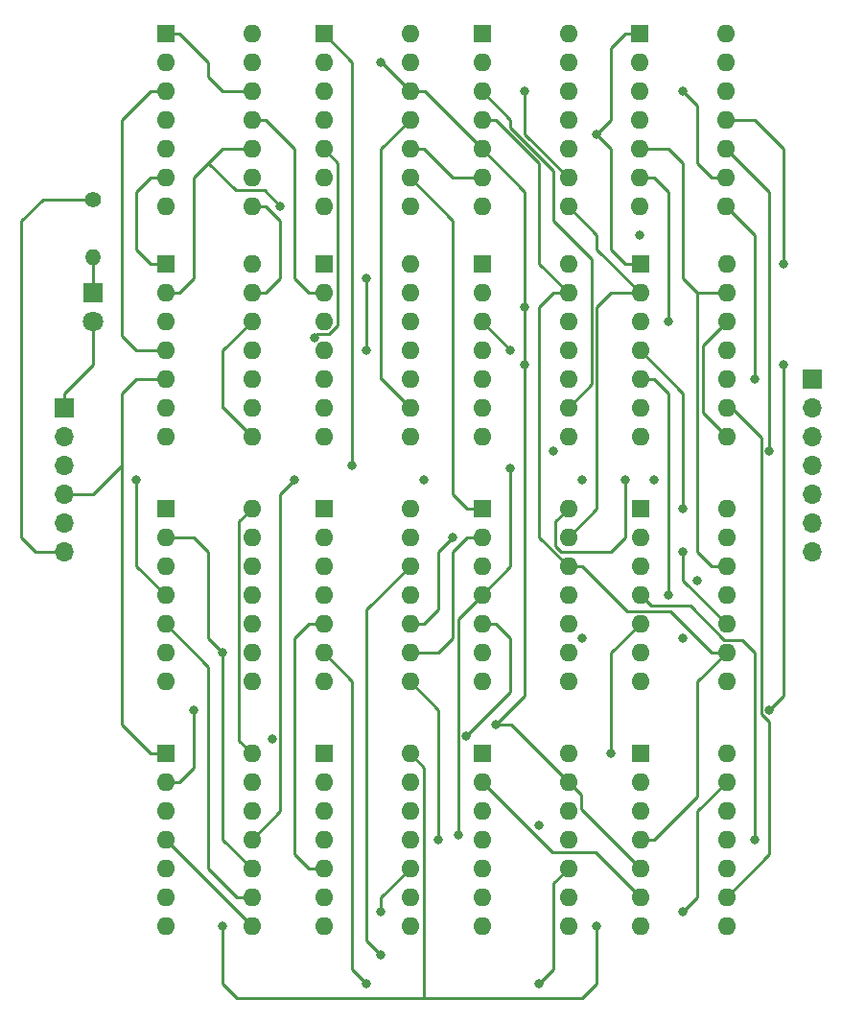
<source format=gtl>
%TF.GenerationSoftware,KiCad,Pcbnew,(6.0.9)*%
%TF.CreationDate,2025-05-26T15:32:56-04:00*%
%TF.ProjectId,Seven Segment Display,53657665-6e20-4536-9567-6d656e742044,1*%
%TF.SameCoordinates,Original*%
%TF.FileFunction,Copper,L1,Top*%
%TF.FilePolarity,Positive*%
%FSLAX46Y46*%
G04 Gerber Fmt 4.6, Leading zero omitted, Abs format (unit mm)*
G04 Created by KiCad (PCBNEW (6.0.9)) date 2025-05-26 15:32:56*
%MOMM*%
%LPD*%
G01*
G04 APERTURE LIST*
%TA.AperFunction,ComponentPad*%
%ADD10R,1.600000X1.600000*%
%TD*%
%TA.AperFunction,ComponentPad*%
%ADD11O,1.600000X1.600000*%
%TD*%
%TA.AperFunction,ComponentPad*%
%ADD12C,1.400000*%
%TD*%
%TA.AperFunction,ComponentPad*%
%ADD13O,1.400000X1.400000*%
%TD*%
%TA.AperFunction,ComponentPad*%
%ADD14R,1.800000X1.800000*%
%TD*%
%TA.AperFunction,ComponentPad*%
%ADD15C,1.800000*%
%TD*%
%TA.AperFunction,ComponentPad*%
%ADD16R,1.700000X1.700000*%
%TD*%
%TA.AperFunction,ComponentPad*%
%ADD17O,1.700000X1.700000*%
%TD*%
%TA.AperFunction,ViaPad*%
%ADD18C,0.800000*%
%TD*%
%TA.AperFunction,Conductor*%
%ADD19C,0.250000*%
%TD*%
G04 APERTURE END LIST*
D10*
%TO.P,U19,1*%
%TO.N,Net-(U19-Pad1)*%
X76210000Y-88895000D03*
D11*
%TO.P,U19,2*%
%TO.N,Net-(U12-Pad3)*%
X76210000Y-91435000D03*
%TO.P,U19,3*%
%TO.N,G-segment*%
X76210000Y-93975000D03*
%TO.P,U19,4*%
%TO.N,B'*%
X76210000Y-96515000D03*
%TO.P,U19,5*%
%TO.N,D*%
X76210000Y-99055000D03*
%TO.P,U19,6*%
%TO.N,Net-(U11-Pad10)*%
X76210000Y-101595000D03*
%TO.P,U19,7,GND*%
%TO.N,GND*%
X76210000Y-104135000D03*
%TO.P,U19,8*%
%TO.N,Net-(U11-Pad12)*%
X83830000Y-104135000D03*
%TO.P,U19,9*%
%TO.N,B'*%
X83830000Y-101595000D03*
%TO.P,U19,10*%
%TO.N,D'*%
X83830000Y-99055000D03*
%TO.P,U19,11*%
%TO.N,Net-(U19-Pad1)*%
X83830000Y-96515000D03*
%TO.P,U19,12*%
%TO.N,Net-(U11-Pad8)*%
X83830000Y-93975000D03*
%TO.P,U19,13*%
%TO.N,Net-(U11-Pad11)*%
X83830000Y-91435000D03*
%TO.P,U19,14,VCC*%
%TO.N,+5V*%
X83830000Y-88895000D03*
%TD*%
D10*
%TO.P,U18,1*%
%TO.N,Net-(U18-Pad1)*%
X104150000Y-110485000D03*
D11*
%TO.P,U18,2*%
%TO.N,Net-(U10-Pad11)*%
X104150000Y-113025000D03*
%TO.P,U18,3*%
%TO.N,F-segment*%
X104150000Y-115565000D03*
%TO.P,U18,4*%
%TO.N,B'*%
X104150000Y-118105000D03*
%TO.P,U18,5*%
%TO.N,C*%
X104150000Y-120645000D03*
%TO.P,U18,6*%
%TO.N,Net-(U11-Pad2)*%
X104150000Y-123185000D03*
%TO.P,U18,7,GND*%
%TO.N,GND*%
X104150000Y-125725000D03*
%TO.P,U18,8*%
%TO.N,Net-(U10-Pad12)*%
X111770000Y-125725000D03*
%TO.P,U18,9*%
%TO.N,B*%
X111770000Y-123185000D03*
%TO.P,U18,10*%
%TO.N,C'*%
X111770000Y-120645000D03*
%TO.P,U18,11*%
%TO.N,Net-(U18-Pad1)*%
X111770000Y-118105000D03*
%TO.P,U18,12*%
%TO.N,Net-(U11-Pad3)*%
X111770000Y-115565000D03*
%TO.P,U18,13*%
%TO.N,Net-(U11-Pad6)*%
X111770000Y-113025000D03*
%TO.P,U18,14,VCC*%
%TO.N,+5V*%
X111770000Y-110485000D03*
%TD*%
D10*
%TO.P,U17,1*%
%TO.N,Net-(U17-Pad1)*%
X90180000Y-67305000D03*
D11*
%TO.P,U17,2*%
%TO.N,Net-(U16-Pad6)*%
X90180000Y-69845000D03*
%TO.P,U17,3*%
%TO.N,D-segment*%
X90180000Y-72385000D03*
%TO.P,U17,4*%
%TO.N,Net-(U17-Pad4)*%
X90180000Y-74925000D03*
%TO.P,U17,5*%
%TO.N,Net-(U10-Pad3)*%
X90180000Y-77465000D03*
%TO.P,U17,6*%
%TO.N,E-segment*%
X90180000Y-80005000D03*
%TO.P,U17,7,GND*%
%TO.N,GND*%
X90180000Y-82545000D03*
%TO.P,U17,8*%
%TO.N,Net-(U17-Pad8)*%
X97800000Y-82545000D03*
%TO.P,U17,9*%
%TO.N,B*%
X97800000Y-80005000D03*
%TO.P,U17,10*%
%TO.N,C*%
X97800000Y-77465000D03*
%TO.P,U17,11*%
%TO.N,Net-(U10-Pad1)*%
X97800000Y-74925000D03*
%TO.P,U17,12*%
%TO.N,C*%
X97800000Y-72385000D03*
%TO.P,U17,13*%
%TO.N,B'*%
X97800000Y-69845000D03*
%TO.P,U17,14,VCC*%
%TO.N,+5V*%
X97800000Y-67305000D03*
%TD*%
D10*
%TO.P,U16,1*%
%TO.N,Net-(U16-Pad1)*%
X104150000Y-88895000D03*
D11*
%TO.P,U16,2*%
%TO.N,Net-(U16-Pad2)*%
X104150000Y-91435000D03*
%TO.P,U16,3*%
%TO.N,Net-(U15-Pad4)*%
X104150000Y-93975000D03*
%TO.P,U16,4*%
%TO.N,Net-(U16-Pad4)*%
X104150000Y-96515000D03*
%TO.P,U16,5*%
%TO.N,Net-(U16-Pad5)*%
X104150000Y-99055000D03*
%TO.P,U16,6*%
%TO.N,Net-(U16-Pad6)*%
X104150000Y-101595000D03*
%TO.P,U16,7,GND*%
%TO.N,GND*%
X104150000Y-104135000D03*
%TO.P,U16,8*%
%TO.N,Net-(U16-Pad8)*%
X111770000Y-104135000D03*
%TO.P,U16,9*%
%TO.N,B'*%
X111770000Y-101595000D03*
%TO.P,U16,10*%
%TO.N,D'*%
X111770000Y-99055000D03*
%TO.P,U16,11*%
%TO.N,Net-(U16-Pad11)*%
X111770000Y-96515000D03*
%TO.P,U16,12*%
%TO.N,D*%
X111770000Y-93975000D03*
%TO.P,U16,13*%
%TO.N,A*%
X111770000Y-91435000D03*
%TO.P,U16,14,VCC*%
%TO.N,+5V*%
X111770000Y-88895000D03*
%TD*%
D10*
%TO.P,U15,1*%
%TO.N,C'*%
X104150000Y-67305000D03*
D11*
%TO.P,U15,2*%
%TO.N,D'*%
X104150000Y-69845000D03*
%TO.P,U15,3*%
%TO.N,Net-(U15-Pad3)*%
X104150000Y-72385000D03*
%TO.P,U15,4*%
%TO.N,Net-(U15-Pad4)*%
X104150000Y-74925000D03*
%TO.P,U15,5*%
%TO.N,Net-(U15-Pad5)*%
X104150000Y-77465000D03*
%TO.P,U15,6*%
%TO.N,C-segment*%
X104150000Y-80005000D03*
%TO.P,U15,7,GND*%
%TO.N,GND*%
X104150000Y-82545000D03*
%TO.P,U15,8*%
%TO.N,Net-(U15-Pad12)*%
X111770000Y-82545000D03*
%TO.P,U15,9*%
%TO.N,B*%
X111770000Y-80005000D03*
%TO.P,U15,10*%
%TO.N,C'*%
X111770000Y-77465000D03*
%TO.P,U15,11*%
%TO.N,Net-(U15-Pad11)*%
X111770000Y-74925000D03*
%TO.P,U15,12*%
%TO.N,Net-(U15-Pad12)*%
X111770000Y-72385000D03*
%TO.P,U15,13*%
%TO.N,D*%
X111770000Y-69845000D03*
%TO.P,U15,14,VCC*%
%TO.N,+5V*%
X111770000Y-67305000D03*
%TD*%
D10*
%TO.P,U14,1*%
%TO.N,Net-(U13-Pad11)*%
X76210000Y-67305000D03*
D11*
%TO.P,U14,2*%
%TO.N,Net-(U14-Pad2)*%
X76210000Y-69845000D03*
%TO.P,U14,3*%
%TO.N,A-segment*%
X76210000Y-72385000D03*
%TO.P,U14,4*%
%TO.N,Net-(U14-Pad4)*%
X76210000Y-74925000D03*
%TO.P,U14,5*%
%TO.N,Net-(U14-Pad5)*%
X76210000Y-77465000D03*
%TO.P,U14,6*%
%TO.N,Net-(U14-Pad12)*%
X76210000Y-80005000D03*
%TO.P,U14,7,GND*%
%TO.N,GND*%
X76210000Y-82545000D03*
%TO.P,U14,8*%
%TO.N,Net-(U14-Pad8)*%
X83830000Y-82545000D03*
%TO.P,U14,9*%
%TO.N,Net-(U14-Pad9)*%
X83830000Y-80005000D03*
%TO.P,U14,10*%
%TO.N,Net-(U14-Pad10)*%
X83830000Y-77465000D03*
%TO.P,U14,11*%
%TO.N,B-segment*%
X83830000Y-74925000D03*
%TO.P,U14,12*%
%TO.N,Net-(U14-Pad12)*%
X83830000Y-72385000D03*
%TO.P,U14,13*%
%TO.N,Net-(U14-Pad13)*%
X83830000Y-69845000D03*
%TO.P,U14,14,VCC*%
%TO.N,+5V*%
X83830000Y-67305000D03*
%TD*%
D10*
%TO.P,U13,1*%
%TO.N,Net-(U13-Pad1)*%
X62240000Y-67305000D03*
D11*
%TO.P,U13,2*%
%TO.N,D'*%
X62240000Y-69845000D03*
%TO.P,U13,3*%
%TO.N,Net-(U13-Pad3)*%
X62240000Y-72385000D03*
%TO.P,U13,4*%
%TO.N,Net-(U13-Pad4)*%
X62240000Y-74925000D03*
%TO.P,U13,5*%
%TO.N,C*%
X62240000Y-77465000D03*
%TO.P,U13,6*%
%TO.N,Net-(U13-Pad6)*%
X62240000Y-80005000D03*
%TO.P,U13,7,GND*%
%TO.N,GND*%
X62240000Y-82545000D03*
%TO.P,U13,8*%
%TO.N,Net-(U13-Pad12)*%
X69860000Y-82545000D03*
%TO.P,U13,9*%
%TO.N,Net-(U13-Pad9)*%
X69860000Y-80005000D03*
%TO.P,U13,10*%
%TO.N,Net-(U13-Pad10)*%
X69860000Y-77465000D03*
%TO.P,U13,11*%
%TO.N,Net-(U13-Pad11)*%
X69860000Y-74925000D03*
%TO.P,U13,12*%
%TO.N,Net-(U13-Pad12)*%
X69860000Y-72385000D03*
%TO.P,U13,13*%
%TO.N,Net-(U13-Pad13)*%
X69860000Y-69845000D03*
%TO.P,U13,14,VCC*%
%TO.N,+5V*%
X69860000Y-67305000D03*
%TD*%
D10*
%TO.P,U12,1*%
%TO.N,Net-(U12-Pad1)*%
X62240000Y-88895000D03*
D11*
%TO.P,U12,2*%
%TO.N,C'*%
X62240000Y-91435000D03*
%TO.P,U12,3*%
%TO.N,Net-(U12-Pad3)*%
X62240000Y-93975000D03*
%TO.P,U12,4*%
%TO.N,A'*%
X62240000Y-96515000D03*
%TO.P,U12,5*%
%TO.N,B*%
X62240000Y-99055000D03*
%TO.P,U12,6*%
%TO.N,Net-(U12-Pad1)*%
X62240000Y-101595000D03*
%TO.P,U12,7,GND*%
%TO.N,GND*%
X62240000Y-104135000D03*
%TO.P,U12,8*%
%TO.N,unconnected-(U12-Pad8)*%
X69860000Y-104135000D03*
%TO.P,U12,9*%
%TO.N,unconnected-(U12-Pad9)*%
X69860000Y-101595000D03*
%TO.P,U12,10*%
%TO.N,unconnected-(U12-Pad10)*%
X69860000Y-99055000D03*
%TO.P,U12,11*%
%TO.N,unconnected-(U12-Pad11)*%
X69860000Y-96515000D03*
%TO.P,U12,12*%
%TO.N,unconnected-(U12-Pad12)*%
X69860000Y-93975000D03*
%TO.P,U12,13*%
%TO.N,unconnected-(U12-Pad13)*%
X69860000Y-91435000D03*
%TO.P,U12,14,VCC*%
%TO.N,+5V*%
X69860000Y-88895000D03*
%TD*%
D10*
%TO.P,U11,1*%
%TO.N,Net-(U10-Pad6)*%
X90180000Y-110485000D03*
D11*
%TO.P,U11,2*%
%TO.N,Net-(U11-Pad2)*%
X90180000Y-113025000D03*
%TO.P,U11,3*%
%TO.N,Net-(U11-Pad3)*%
X90180000Y-115565000D03*
%TO.P,U11,4*%
%TO.N,Net-(U10-Pad8)*%
X90180000Y-118105000D03*
%TO.P,U11,5*%
%TO.N,C'*%
X90180000Y-120645000D03*
%TO.P,U11,6*%
%TO.N,Net-(U11-Pad6)*%
X90180000Y-123185000D03*
%TO.P,U11,7,GND*%
%TO.N,GND*%
X90180000Y-125725000D03*
%TO.P,U11,8*%
%TO.N,Net-(U11-Pad8)*%
X97800000Y-125725000D03*
%TO.P,U11,9*%
%TO.N,A*%
X97800000Y-123185000D03*
%TO.P,U11,10*%
%TO.N,Net-(U11-Pad10)*%
X97800000Y-120645000D03*
%TO.P,U11,11*%
%TO.N,Net-(U11-Pad11)*%
X97800000Y-118105000D03*
%TO.P,U11,12*%
%TO.N,Net-(U11-Pad12)*%
X97800000Y-115565000D03*
%TO.P,U11,13*%
%TO.N,C*%
X97800000Y-113025000D03*
%TO.P,U11,14,VCC*%
%TO.N,+5V*%
X97800000Y-110485000D03*
%TD*%
D10*
%TO.P,U10,1*%
%TO.N,Net-(U10-Pad1)*%
X76210000Y-110485000D03*
D11*
%TO.P,U10,2*%
%TO.N,D'*%
X76210000Y-113025000D03*
%TO.P,U10,3*%
%TO.N,Net-(U10-Pad3)*%
X76210000Y-115565000D03*
%TO.P,U10,4*%
%TO.N,A*%
X76210000Y-118105000D03*
%TO.P,U10,5*%
%TO.N,D*%
X76210000Y-120645000D03*
%TO.P,U10,6*%
%TO.N,Net-(U10-Pad6)*%
X76210000Y-123185000D03*
%TO.P,U10,7,GND*%
%TO.N,GND*%
X76210000Y-125725000D03*
%TO.P,U10,8*%
%TO.N,Net-(U10-Pad8)*%
X83830000Y-125725000D03*
%TO.P,U10,9*%
%TO.N,A'*%
X83830000Y-123185000D03*
%TO.P,U10,10*%
%TO.N,B*%
X83830000Y-120645000D03*
%TO.P,U10,11*%
%TO.N,Net-(U10-Pad11)*%
X83830000Y-118105000D03*
%TO.P,U10,12*%
%TO.N,Net-(U10-Pad12)*%
X83830000Y-115565000D03*
%TO.P,U10,13*%
%TO.N,D'*%
X83830000Y-113025000D03*
%TO.P,U10,14,VCC*%
%TO.N,+5V*%
X83830000Y-110485000D03*
%TD*%
D10*
%TO.P,U9,1*%
%TO.N,C*%
X62240000Y-110485000D03*
D11*
%TO.P,U9,2*%
%TO.N,Net-(U16-Pad8)*%
X62240000Y-113025000D03*
%TO.P,U9,3*%
%TO.N,Net-(U16-Pad5)*%
X62240000Y-115565000D03*
%TO.P,U9,4*%
%TO.N,Net-(U9-Pad4)*%
X62240000Y-118105000D03*
%TO.P,U9,5*%
%TO.N,Net-(U16-Pad11)*%
X62240000Y-120645000D03*
%TO.P,U9,6*%
%TO.N,Net-(U16-Pad4)*%
X62240000Y-123185000D03*
%TO.P,U9,7,GND*%
%TO.N,GND*%
X62240000Y-125725000D03*
%TO.P,U9,8*%
%TO.N,Net-(U9-Pad4)*%
X69860000Y-125725000D03*
%TO.P,U9,9*%
%TO.N,B*%
X69860000Y-123185000D03*
%TO.P,U9,10*%
%TO.N,C'*%
X69860000Y-120645000D03*
%TO.P,U9,11*%
%TO.N,Net-(U17-Pad4)*%
X69860000Y-118105000D03*
%TO.P,U9,12*%
%TO.N,A*%
X69860000Y-115565000D03*
%TO.P,U9,13*%
%TO.N,Net-(U17-Pad8)*%
X69860000Y-113025000D03*
%TO.P,U9,14,VCC*%
%TO.N,+5V*%
X69860000Y-110485000D03*
%TD*%
D10*
%TO.P,U8,1*%
%TO.N,A*%
X90180000Y-88895000D03*
D11*
%TO.P,U8,2*%
%TO.N,B'*%
X90180000Y-91435000D03*
%TO.P,U8,3*%
%TO.N,Net-(U16-Pad1)*%
X90180000Y-93975000D03*
%TO.P,U8,4*%
%TO.N,A'*%
X90180000Y-96515000D03*
%TO.P,U8,5*%
%TO.N,Net-(U15-Pad11)*%
X90180000Y-99055000D03*
%TO.P,U8,6*%
%TO.N,Net-(U16-Pad2)*%
X90180000Y-101595000D03*
%TO.P,U8,7,GND*%
%TO.N,GND*%
X90180000Y-104135000D03*
%TO.P,U8,8*%
%TO.N,Net-(U15-Pad5)*%
X97800000Y-104135000D03*
%TO.P,U8,9*%
%TO.N,C'*%
X97800000Y-101595000D03*
%TO.P,U8,10*%
%TO.N,D*%
X97800000Y-99055000D03*
%TO.P,U8,11*%
%TO.N,Net-(U17-Pad1)*%
X97800000Y-96515000D03*
%TO.P,U8,12*%
%TO.N,B'*%
X97800000Y-93975000D03*
%TO.P,U8,13*%
%TO.N,D'*%
X97800000Y-91435000D03*
%TO.P,U8,14,VCC*%
%TO.N,+5V*%
X97800000Y-88895000D03*
%TD*%
D10*
%TO.P,U7,1*%
%TO.N,C'*%
X104140000Y-46985000D03*
D11*
%TO.P,U7,2*%
%TO.N,D'*%
X104140000Y-49525000D03*
%TO.P,U7,3*%
%TO.N,Net-(U14-Pad10)*%
X104140000Y-52065000D03*
%TO.P,U7,4*%
%TO.N,Net-(U6-Pad8)*%
X104140000Y-54605000D03*
%TO.P,U7,5*%
%TO.N,D*%
X104140000Y-57145000D03*
%TO.P,U7,6*%
%TO.N,Net-(U14-Pad4)*%
X104140000Y-59685000D03*
%TO.P,U7,7,GND*%
%TO.N,GND*%
X104140000Y-62225000D03*
%TO.P,U7,8*%
%TO.N,Net-(U14-Pad5)*%
X111760000Y-62225000D03*
%TO.P,U7,9*%
%TO.N,A'*%
X111760000Y-59685000D03*
%TO.P,U7,10*%
%TO.N,Net-(U14-Pad8)*%
X111760000Y-57145000D03*
%TO.P,U7,11*%
%TO.N,Net-(U14-Pad13)*%
X111760000Y-54605000D03*
%TO.P,U7,12*%
%TO.N,Net-(U15-Pad3)*%
X111760000Y-52065000D03*
%TO.P,U7,13*%
%TO.N,B'*%
X111760000Y-49525000D03*
%TO.P,U7,14,VCC*%
%TO.N,+5V*%
X111760000Y-46985000D03*
%TD*%
D10*
%TO.P,U6,1*%
%TO.N,A'*%
X76210000Y-46985000D03*
D11*
%TO.P,U6,2*%
%TO.N,Net-(U13-Pad6)*%
X76210000Y-49525000D03*
%TO.P,U6,3*%
%TO.N,Net-(U13-Pad9)*%
X76210000Y-52065000D03*
%TO.P,U6,4*%
%TO.N,A*%
X76210000Y-54605000D03*
%TO.P,U6,5*%
%TO.N,Net-(U13-Pad3)*%
X76210000Y-57145000D03*
%TO.P,U6,6*%
%TO.N,Net-(U13-Pad10)*%
X76210000Y-59685000D03*
%TO.P,U6,7,GND*%
%TO.N,GND*%
X76210000Y-62225000D03*
%TO.P,U6,8*%
%TO.N,Net-(U6-Pad8)*%
X83830000Y-62225000D03*
%TO.P,U6,9*%
%TO.N,A*%
X83830000Y-59685000D03*
%TO.P,U6,10*%
%TO.N,C'*%
X83830000Y-57145000D03*
%TO.P,U6,11*%
%TO.N,Net-(U14-Pad9)*%
X83830000Y-54605000D03*
%TO.P,U6,12*%
%TO.N,C*%
X83830000Y-52065000D03*
%TO.P,U6,13*%
%TO.N,D*%
X83830000Y-49525000D03*
%TO.P,U6,14,VCC*%
%TO.N,+5V*%
X83830000Y-46985000D03*
%TD*%
D10*
%TO.P,U1,1*%
%TO.N,A*%
X90180000Y-46985000D03*
D11*
%TO.P,U1,2*%
%TO.N,A'*%
X90180000Y-49525000D03*
%TO.P,U1,3*%
%TO.N,B*%
X90180000Y-52065000D03*
%TO.P,U1,4*%
%TO.N,B'*%
X90180000Y-54605000D03*
%TO.P,U1,5*%
%TO.N,C*%
X90180000Y-57145000D03*
%TO.P,U1,6*%
%TO.N,C'*%
X90180000Y-59685000D03*
%TO.P,U1,7,GND*%
%TO.N,GND*%
X90180000Y-62225000D03*
%TO.P,U1,8*%
%TO.N,D'*%
X97800000Y-62225000D03*
%TO.P,U1,9*%
%TO.N,D*%
X97800000Y-59685000D03*
%TO.P,U1,10*%
%TO.N,N/C*%
X97800000Y-57145000D03*
%TO.P,U1,11*%
X97800000Y-54605000D03*
%TO.P,U1,12*%
X97800000Y-52065000D03*
%TO.P,U1,13*%
X97800000Y-49525000D03*
%TO.P,U1,14,VCC*%
%TO.N,+5V*%
X97800000Y-46985000D03*
%TD*%
D10*
%TO.P,U5,1*%
%TO.N,B*%
X62240000Y-46985000D03*
D11*
%TO.P,U5,2*%
%TO.N,D*%
X62240000Y-49525000D03*
%TO.P,U5,3*%
%TO.N,Net-(U13-Pad4)*%
X62240000Y-52065000D03*
%TO.P,U5,4*%
%TO.N,B'*%
X62240000Y-54605000D03*
%TO.P,U5,5*%
%TO.N,C'*%
X62240000Y-57145000D03*
%TO.P,U5,6*%
%TO.N,Net-(U13-Pad1)*%
X62240000Y-59685000D03*
%TO.P,U5,7,GND*%
%TO.N,GND*%
X62240000Y-62225000D03*
%TO.P,U5,8*%
%TO.N,Net-(U13-Pad13)*%
X69860000Y-62225000D03*
%TO.P,U5,9*%
%TO.N,B'*%
X69860000Y-59685000D03*
%TO.P,U5,10*%
%TO.N,D'*%
X69860000Y-57145000D03*
%TO.P,U5,11*%
%TO.N,Net-(U14-Pad2)*%
X69860000Y-54605000D03*
%TO.P,U5,12*%
%TO.N,B*%
X69860000Y-52065000D03*
%TO.P,U5,13*%
%TO.N,C*%
X69860000Y-49525000D03*
%TO.P,U5,14,VCC*%
%TO.N,+5V*%
X69860000Y-46985000D03*
%TD*%
D12*
%TO.P,R1,1*%
%TO.N,GND*%
X55810000Y-61620000D03*
D13*
%TO.P,R1,2*%
%TO.N,Net-(D1-Pad1)*%
X55810000Y-66700000D03*
%TD*%
D14*
%TO.P,D1,1,K*%
%TO.N,Net-(D1-Pad1)*%
X55880000Y-69850000D03*
D15*
%TO.P,D1,2,A*%
%TO.N,+5V*%
X55880000Y-72390000D03*
%TD*%
D16*
%TO.P,J1,1,Pin_1*%
%TO.N,+5V*%
X53340000Y-80010000D03*
D17*
%TO.P,J1,2,Pin_2*%
%TO.N,A*%
X53340000Y-82550000D03*
%TO.P,J1,3,Pin_3*%
%TO.N,B*%
X53340000Y-85090000D03*
%TO.P,J1,4,Pin_4*%
%TO.N,C*%
X53340000Y-87630000D03*
%TO.P,J1,5,Pin_5*%
%TO.N,D*%
X53340000Y-90170000D03*
%TO.P,J1,6,Pin_6*%
%TO.N,GND*%
X53340000Y-92710000D03*
%TD*%
%TO.P,J2,7,Pin_7*%
%TO.N,G-segment*%
X119380000Y-92705000D03*
%TO.P,J2,6,Pin_6*%
%TO.N,F-segment*%
X119380000Y-90165000D03*
%TO.P,J2,5,Pin_5*%
%TO.N,E-segment*%
X119380000Y-87625000D03*
%TO.P,J2,4,Pin_4*%
%TO.N,D-segment*%
X119380000Y-85085000D03*
%TO.P,J2,3,Pin_3*%
%TO.N,C-segment*%
X119380000Y-82545000D03*
%TO.P,J2,2,Pin_2*%
%TO.N,B-segment*%
X119380000Y-80005000D03*
D16*
%TO.P,J2,1,Pin_1*%
%TO.N,A-segment*%
X119380000Y-77465000D03*
%TD*%
D18*
%TO.N,Net-(U15-Pad4)*%
X107950000Y-100330000D03*
X107950000Y-88900000D03*
%TO.N,+5V*%
X102870000Y-86360000D03*
X100330000Y-125730000D03*
%TO.N,A'*%
X88080000Y-117660000D03*
%TO.N,+5V*%
X67310000Y-125730000D03*
%TO.N,GND*%
X96520000Y-83820000D03*
%TO.N,D-segment*%
X92710000Y-74930000D03*
%TO.N,B-segment*%
X104140000Y-64770000D03*
%TO.N,Net-(U10-Pad6)*%
X71665500Y-109220000D03*
%TO.N,Net-(U16-Pad5)*%
X101600000Y-110490000D03*
%TO.N,Net-(U16-Pad4)*%
X114300000Y-118110000D03*
%TO.N,Net-(U11-Pad11)*%
X105410000Y-86360000D03*
%TO.N,Net-(U11-Pad8)*%
X81280000Y-128270000D03*
%TO.N,Net-(U11-Pad10)*%
X80010000Y-130810000D03*
X95250000Y-130810000D03*
%TO.N,Net-(U11-Pad12)*%
X86360000Y-118110000D03*
%TO.N,Net-(U16-Pad1)*%
X99060000Y-86360000D03*
%TO.N,Net-(U16-Pad2)*%
X109220000Y-95250000D03*
X99060000Y-100330000D03*
%TO.N,Net-(U11-Pad6)*%
X107950000Y-124460000D03*
%TO.N,Net-(U16-Pad8)*%
X64770000Y-106680000D03*
%TO.N,Net-(U15-Pad11)*%
X116840000Y-76200000D03*
X115570000Y-106680000D03*
X88804500Y-108957343D03*
%TO.N,Net-(U15-Pad5)*%
X106680000Y-96520000D03*
%TO.N,Net-(U17-Pad4)*%
X85090000Y-86360000D03*
X73660000Y-86360000D03*
%TO.N,Net-(U13-Pad11)*%
X80010000Y-68580000D03*
X80010000Y-74930000D03*
%TO.N,A*%
X95250000Y-116840000D03*
%TO.N,B*%
X81280000Y-124460000D03*
%TO.N,C*%
X81280000Y-49530000D03*
X93980000Y-71120000D03*
X93980000Y-76200000D03*
X91440000Y-107950000D03*
%TO.N,D*%
X93980000Y-52070000D03*
%TO.N,A'*%
X59690000Y-86360000D03*
X107950000Y-52070000D03*
X78740000Y-85090000D03*
X92710000Y-85364500D03*
%TO.N,C'*%
X100330000Y-55880000D03*
X67310000Y-101600000D03*
%TO.N,D'*%
X72390000Y-62230000D03*
X107950000Y-92710000D03*
X87630000Y-91440000D03*
%TO.N,Net-(U13-Pad3)*%
X75386995Y-73793067D03*
%TO.N,Net-(U14-Pad4)*%
X106680000Y-72390000D03*
%TO.N,Net-(U14-Pad5)*%
X114300000Y-77470000D03*
%TO.N,Net-(U14-Pad8)*%
X115570000Y-83820000D03*
%TO.N,Net-(U14-Pad13)*%
X116840000Y-67310000D03*
%TD*%
D19*
%TO.N,Net-(U15-Pad4)*%
X107950000Y-78740000D02*
X107950000Y-88900000D01*
X104150000Y-74925000D02*
X107950000Y-78725000D01*
X107950000Y-78725000D02*
X107950000Y-78740000D01*
%TO.N,+5V*%
X53340000Y-78740000D02*
X53340000Y-80010000D01*
%TO.N,C*%
X55880000Y-87630000D02*
X58420000Y-85090000D01*
X53340000Y-87630000D02*
X55880000Y-87630000D01*
X58420000Y-85090000D02*
X58420000Y-78740000D01*
X58420000Y-87630000D02*
X58420000Y-85090000D01*
%TO.N,GND*%
X51410000Y-61620000D02*
X49530000Y-63500000D01*
X49530000Y-91440000D02*
X50800000Y-92710000D01*
X55810000Y-61620000D02*
X51410000Y-61620000D01*
X49530000Y-63500000D02*
X49530000Y-91440000D01*
%TO.N,D-segment*%
X90180000Y-72392500D02*
X92710000Y-74922500D01*
X90180000Y-72385000D02*
X90180000Y-72392500D01*
X92710000Y-74922500D02*
X92710000Y-74930000D01*
%TO.N,+5V*%
X96675000Y-90020000D02*
X97800000Y-88895000D01*
X96675000Y-92213604D02*
X96675000Y-90020000D01*
X102870000Y-91440000D02*
X101600000Y-92710000D01*
X101600000Y-92710000D02*
X97171396Y-92710000D01*
X97171396Y-92710000D02*
X96675000Y-92213604D01*
X102870000Y-86360000D02*
X102870000Y-91440000D01*
%TO.N,Net-(U16-Pad4)*%
X114300000Y-101600000D02*
X114300000Y-118110000D01*
X113170000Y-100470000D02*
X114300000Y-101600000D01*
X111594009Y-100470000D02*
X113170000Y-100470000D01*
X108604009Y-97480000D02*
X111594009Y-100470000D01*
X105115000Y-97480000D02*
X108604009Y-97480000D01*
X104150000Y-96515000D02*
X105115000Y-97480000D01*
%TO.N,+5V*%
X81280000Y-132080000D02*
X99060000Y-132080000D01*
X100330000Y-125730000D02*
X100330000Y-130810000D01*
X100330000Y-130810000D02*
X99060000Y-132080000D01*
X85090000Y-132080000D02*
X81280000Y-132080000D01*
X85090000Y-111745000D02*
X85090000Y-132080000D01*
X83830000Y-110485000D02*
X85090000Y-111745000D01*
X68580000Y-132080000D02*
X81280000Y-132080000D01*
X67310000Y-130810000D02*
X68580000Y-132080000D01*
X67310000Y-125730000D02*
X67310000Y-130810000D01*
X68735000Y-109360000D02*
X69860000Y-110485000D01*
X68735000Y-90020000D02*
X68735000Y-109360000D01*
X69860000Y-88895000D02*
X68735000Y-90020000D01*
%TO.N,B*%
X114845000Y-106980305D02*
X115570000Y-107705305D01*
X115570000Y-107705305D02*
X115570000Y-119385000D01*
X114845000Y-82645000D02*
X114845000Y-106980305D01*
X112205000Y-80005000D02*
X114845000Y-82645000D01*
X111770000Y-80005000D02*
X112205000Y-80005000D01*
X115570000Y-119385000D02*
X111770000Y-123185000D01*
%TO.N,Net-(U13-Pad3)*%
X77470000Y-72715991D02*
X77470000Y-58405000D01*
X76675991Y-73510000D02*
X77470000Y-72715991D01*
X77470000Y-58405000D02*
X76210000Y-57145000D01*
X75670062Y-73510000D02*
X76675991Y-73510000D01*
X75386995Y-73793067D02*
X75670062Y-73510000D01*
%TO.N,Net-(U9-Pad4)*%
X62240000Y-118105000D02*
X69860000Y-125725000D01*
%TO.N,C*%
X58420000Y-107950000D02*
X58420000Y-87630000D01*
%TO.N,Net-(U16-Pad5)*%
X101600000Y-101605000D02*
X101600000Y-110490000D01*
X104150000Y-99055000D02*
X101600000Y-101605000D01*
%TO.N,A'*%
X92710000Y-93985000D02*
X90180000Y-96515000D01*
X92710000Y-85364500D02*
X92710000Y-93985000D01*
%TO.N,Net-(U11-Pad8)*%
X80010000Y-127000000D02*
X81280000Y-128270000D01*
X80010000Y-100330000D02*
X80010000Y-127000000D01*
X80010000Y-97795000D02*
X80010000Y-100330000D01*
X83830000Y-93975000D02*
X80010000Y-97795000D01*
%TO.N,Net-(U11-Pad10)*%
X96520000Y-121925000D02*
X97800000Y-120645000D01*
X96520000Y-129540000D02*
X96520000Y-121925000D01*
X95250000Y-130810000D02*
X96520000Y-129540000D01*
X78740000Y-104125000D02*
X76210000Y-101595000D01*
X80010000Y-130810000D02*
X78740000Y-129540000D01*
X78740000Y-129540000D02*
X78740000Y-104125000D01*
%TO.N,Net-(U11-Pad12)*%
X86360000Y-106665000D02*
X86360000Y-118110000D01*
X83830000Y-104135000D02*
X86360000Y-106665000D01*
%TO.N,Net-(U11-Pad2)*%
X96385000Y-119230000D02*
X90180000Y-113025000D01*
X100195000Y-119230000D02*
X96385000Y-119230000D01*
X104150000Y-123185000D02*
X100195000Y-119230000D01*
%TO.N,Net-(U11-Pad6)*%
X109220000Y-123190000D02*
X109220000Y-115575000D01*
X107950000Y-124460000D02*
X109220000Y-123190000D01*
X109220000Y-115575000D02*
X111770000Y-113025000D01*
%TO.N,Net-(U16-Pad8)*%
X63505000Y-113025000D02*
X62240000Y-113025000D01*
X64770000Y-106680000D02*
X64770000Y-111760000D01*
X64770000Y-111760000D02*
X63505000Y-113025000D01*
%TO.N,Net-(U15-Pad11)*%
X91435000Y-99055000D02*
X90180000Y-99055000D01*
X88804500Y-108957343D02*
X92710000Y-105051843D01*
X92710000Y-105051843D02*
X92710000Y-100330000D01*
X92710000Y-100330000D02*
X91435000Y-99055000D01*
%TO.N,C*%
X93980000Y-105410000D02*
X91440000Y-107950000D01*
X93980000Y-76200000D02*
X93980000Y-105410000D01*
X91440000Y-107950000D02*
X92725000Y-107950000D01*
X92725000Y-107950000D02*
X97800000Y-113025000D01*
%TO.N,Net-(U15-Pad11)*%
X116840000Y-104140000D02*
X116840000Y-76200000D01*
X116840000Y-105410000D02*
X116840000Y-104140000D01*
X115570000Y-106680000D02*
X116840000Y-105410000D01*
%TO.N,Net-(U15-Pad12)*%
X109670000Y-80445000D02*
X109670000Y-74485000D01*
X109670000Y-74485000D02*
X111770000Y-72385000D01*
X111770000Y-82545000D02*
X109670000Y-80445000D01*
%TO.N,Net-(U15-Pad5)*%
X106680000Y-78740000D02*
X106680000Y-96520000D01*
X105405000Y-77465000D02*
X106680000Y-78740000D01*
X104150000Y-77465000D02*
X105405000Y-77465000D01*
%TO.N,Net-(U17-Pad4)*%
X72390000Y-87630000D02*
X73660000Y-86360000D01*
X72390000Y-115570000D02*
X72390000Y-87630000D01*
X72390000Y-115575000D02*
X72390000Y-115570000D01*
X69860000Y-118105000D02*
X72390000Y-115575000D01*
%TO.N,Net-(U13-Pad11)*%
X80010000Y-74930000D02*
X80010000Y-68580000D01*
%TO.N,Net-(U13-Pad12)*%
X67310000Y-74935000D02*
X69860000Y-72385000D01*
X67310000Y-80010000D02*
X67310000Y-74935000D01*
X67325000Y-80010000D02*
X67310000Y-80010000D01*
X69860000Y-82545000D02*
X67325000Y-80010000D01*
%TO.N,GND*%
X50800000Y-92710000D02*
X53340000Y-92710000D01*
%TO.N,+5V*%
X55880000Y-76200000D02*
X55880000Y-72390000D01*
X53340000Y-78740000D02*
X55880000Y-76200000D01*
%TO.N,Net-(D1-Pad1)*%
X55880000Y-66770000D02*
X55810000Y-66700000D01*
X55880000Y-69850000D02*
X55880000Y-66770000D01*
%TO.N,A*%
X87630000Y-87630000D02*
X88895000Y-88895000D01*
X83830000Y-59685000D02*
X87630000Y-63485000D01*
X88895000Y-88895000D02*
X90180000Y-88895000D01*
X87630000Y-63485000D02*
X87630000Y-87630000D01*
%TO.N,B*%
X99880000Y-66860000D02*
X99880000Y-77925000D01*
X92710000Y-55243604D02*
X96520000Y-59053604D01*
X66040000Y-49530000D02*
X63495000Y-46985000D01*
X69860000Y-52065000D02*
X67315000Y-52065000D01*
X67310000Y-52070000D02*
X66040000Y-50800000D01*
X81280000Y-124460000D02*
X81280000Y-123195000D01*
X66040000Y-120650000D02*
X66040000Y-102855000D01*
X68575000Y-123185000D02*
X66040000Y-120650000D01*
X96520000Y-63500000D02*
X99880000Y-66860000D01*
X92710000Y-54595000D02*
X92710000Y-55243604D01*
X66040000Y-50800000D02*
X66040000Y-49530000D01*
X66040000Y-102855000D02*
X62240000Y-99055000D01*
X81280000Y-123195000D02*
X83830000Y-120645000D01*
X69860000Y-123185000D02*
X68575000Y-123185000D01*
X67315000Y-52065000D02*
X67310000Y-52070000D01*
X99880000Y-77925000D02*
X97800000Y-80005000D01*
X63495000Y-46985000D02*
X62240000Y-46985000D01*
X90180000Y-52065000D02*
X92710000Y-54595000D01*
X96520000Y-59053604D02*
X96520000Y-63500000D01*
%TO.N,C*%
X81280000Y-49530000D02*
X81295000Y-49530000D01*
X59695000Y-77465000D02*
X62240000Y-77465000D01*
X62240000Y-110485000D02*
X60955000Y-110485000D01*
X58420000Y-78740000D02*
X59695000Y-77465000D01*
X98925000Y-115420000D02*
X104150000Y-120645000D01*
X98925000Y-114150000D02*
X98925000Y-115420000D01*
X90180000Y-57145000D02*
X93980000Y-60945000D01*
X85100000Y-52065000D02*
X90180000Y-57145000D01*
X81295000Y-49530000D02*
X83830000Y-52065000D01*
X97800000Y-113025000D02*
X98925000Y-114150000D01*
X93980000Y-71120000D02*
X93980000Y-76200000D01*
X93980000Y-60945000D02*
X93980000Y-71120000D01*
X83830000Y-52065000D02*
X85100000Y-52065000D01*
X60955000Y-110485000D02*
X58420000Y-107950000D01*
%TO.N,D*%
X73660000Y-100330000D02*
X73660000Y-119380000D01*
X106675000Y-57145000D02*
X107950000Y-58420000D01*
X74925000Y-120645000D02*
X76210000Y-120645000D01*
X109220000Y-69850000D02*
X109220000Y-92710000D01*
X73660000Y-119380000D02*
X74925000Y-120645000D01*
X110485000Y-93975000D02*
X111770000Y-93975000D01*
X107950000Y-58420000D02*
X107950000Y-68580000D01*
X109220000Y-92710000D02*
X110485000Y-93975000D01*
X93980000Y-55865000D02*
X97800000Y-59685000D01*
X74935000Y-99055000D02*
X73660000Y-100330000D01*
X104140000Y-57145000D02*
X106675000Y-57145000D01*
X107950000Y-68580000D02*
X109215000Y-69845000D01*
X109215000Y-69845000D02*
X111770000Y-69845000D01*
X109215000Y-69845000D02*
X109220000Y-69850000D01*
X93980000Y-52070000D02*
X93980000Y-55865000D01*
X76210000Y-99055000D02*
X74935000Y-99055000D01*
%TO.N,A'*%
X109220000Y-53340000D02*
X109220000Y-58420000D01*
X107950000Y-52070000D02*
X109220000Y-53340000D01*
X59690000Y-86360000D02*
X59690000Y-93965000D01*
X59690000Y-93965000D02*
X62240000Y-96515000D01*
X109220000Y-58420000D02*
X110485000Y-59685000D01*
X88080000Y-98615000D02*
X88080000Y-117660000D01*
X76210000Y-47000000D02*
X78740000Y-49530000D01*
X90180000Y-96515000D02*
X88080000Y-98615000D01*
X76210000Y-46985000D02*
X76210000Y-47000000D01*
X78740000Y-49530000D02*
X78740000Y-85090000D01*
X110485000Y-59685000D02*
X111760000Y-59685000D01*
%TO.N,B'*%
X105415000Y-118105000D02*
X104150000Y-118105000D01*
X109220000Y-114300000D02*
X105415000Y-118105000D01*
X87630000Y-100330000D02*
X86365000Y-101595000D01*
X91435000Y-54605000D02*
X95250000Y-58420000D01*
X106820000Y-97930000D02*
X110485000Y-101595000D01*
X90180000Y-54605000D02*
X91435000Y-54605000D01*
X110485000Y-101595000D02*
X111770000Y-101595000D01*
X96525000Y-69845000D02*
X95250000Y-71120000D01*
X97800000Y-69845000D02*
X96525000Y-69845000D01*
X103010000Y-97930000D02*
X106820000Y-97930000D01*
X90180000Y-91435000D02*
X88905000Y-91435000D01*
X87630000Y-92710000D02*
X87630000Y-100330000D01*
X97800000Y-93975000D02*
X99055000Y-93975000D01*
X95250000Y-67295000D02*
X97800000Y-69845000D01*
X86365000Y-101595000D02*
X83830000Y-101595000D01*
X95250000Y-58420000D02*
X95250000Y-67295000D01*
X95250000Y-71120000D02*
X95250000Y-91425000D01*
X109220000Y-104145000D02*
X109220000Y-114300000D01*
X95250000Y-91425000D02*
X97800000Y-93975000D01*
X88905000Y-91435000D02*
X87630000Y-92710000D01*
X111770000Y-101595000D02*
X109220000Y-104145000D01*
X99055000Y-93975000D02*
X103010000Y-97930000D01*
%TO.N,C'*%
X67310000Y-118095000D02*
X69860000Y-120645000D01*
X87635000Y-59685000D02*
X90180000Y-59685000D01*
X87630000Y-59690000D02*
X87635000Y-59685000D01*
X102865000Y-67305000D02*
X104150000Y-67305000D01*
X101600000Y-57150000D02*
X101600000Y-66040000D01*
X64765000Y-91435000D02*
X62240000Y-91435000D01*
X101600000Y-66040000D02*
X102865000Y-67305000D01*
X100330000Y-55880000D02*
X101600000Y-57150000D01*
X66040000Y-100330000D02*
X66040000Y-92710000D01*
X102875000Y-46985000D02*
X104140000Y-46985000D01*
X101600000Y-54610000D02*
X101600000Y-48260000D01*
X85085000Y-57145000D02*
X87630000Y-59690000D01*
X67310000Y-101600000D02*
X67310000Y-118095000D01*
X83830000Y-57145000D02*
X85085000Y-57145000D01*
X67310000Y-101600000D02*
X66040000Y-100330000D01*
X101600000Y-48260000D02*
X102875000Y-46985000D01*
X66040000Y-92710000D02*
X64765000Y-91435000D01*
X100330000Y-55880000D02*
X101600000Y-54610000D01*
%TO.N,D'*%
X85095000Y-99055000D02*
X83830000Y-99055000D01*
X69860000Y-57145000D02*
X67315000Y-57145000D01*
X101605000Y-69845000D02*
X100330000Y-71120000D01*
X107950000Y-92710000D02*
X107950000Y-95235000D01*
X63505000Y-69845000D02*
X62240000Y-69845000D01*
X67315000Y-57145000D02*
X64770000Y-59690000D01*
X100330000Y-88905000D02*
X97800000Y-91435000D01*
X86360000Y-92710000D02*
X86360000Y-97790000D01*
X107950000Y-95235000D02*
X111770000Y-99055000D01*
X100330000Y-64755000D02*
X100330000Y-66025000D01*
X70970000Y-60810000D02*
X68430000Y-60810000D01*
X87630000Y-91440000D02*
X86360000Y-92710000D01*
X64770000Y-59690000D02*
X64770000Y-68580000D01*
X72390000Y-62230000D02*
X70970000Y-60810000D01*
X64770000Y-68580000D02*
X63505000Y-69845000D01*
X68430000Y-60810000D02*
X66040000Y-58420000D01*
X100330000Y-66025000D02*
X104150000Y-69845000D01*
X97800000Y-62225000D02*
X100330000Y-64755000D01*
X86360000Y-97790000D02*
X85095000Y-99055000D01*
X104150000Y-69845000D02*
X101605000Y-69845000D01*
X100330000Y-71120000D02*
X100330000Y-88905000D01*
%TO.N,Net-(U13-Pad4)*%
X59685000Y-74925000D02*
X62240000Y-74925000D01*
X58420000Y-73660000D02*
X59685000Y-74925000D01*
X58420000Y-54610000D02*
X58420000Y-73660000D01*
X60965000Y-52065000D02*
X58420000Y-54610000D01*
X62240000Y-52065000D02*
X60965000Y-52065000D01*
%TO.N,Net-(U13-Pad1)*%
X59690000Y-66040000D02*
X60955000Y-67305000D01*
X59690000Y-60960000D02*
X59690000Y-66040000D01*
X60955000Y-67305000D02*
X62240000Y-67305000D01*
X60965000Y-59685000D02*
X59690000Y-60960000D01*
X62240000Y-59685000D02*
X60965000Y-59685000D01*
%TO.N,Net-(U13-Pad13)*%
X72390000Y-68580000D02*
X71125000Y-69845000D01*
X69860000Y-62225000D02*
X71115000Y-62225000D01*
X71115000Y-62225000D02*
X72390000Y-63500000D01*
X72390000Y-63500000D02*
X72390000Y-68580000D01*
X71125000Y-69845000D02*
X69860000Y-69845000D01*
%TO.N,Net-(U14-Pad2)*%
X74925000Y-69845000D02*
X76210000Y-69845000D01*
X73660000Y-57150000D02*
X73660000Y-68580000D01*
X71115000Y-54605000D02*
X73660000Y-57150000D01*
X69860000Y-54605000D02*
X71115000Y-54605000D01*
X73660000Y-68580000D02*
X74925000Y-69845000D01*
%TO.N,Net-(U14-Pad9)*%
X81280000Y-77470000D02*
X81295000Y-77470000D01*
X81280000Y-57150000D02*
X81280000Y-77470000D01*
X81295000Y-77470000D02*
X83830000Y-80005000D01*
X81285000Y-57150000D02*
X81280000Y-57150000D01*
X83830000Y-54605000D02*
X81285000Y-57150000D01*
%TO.N,Net-(U14-Pad4)*%
X106680000Y-60960000D02*
X105405000Y-59685000D01*
X105405000Y-59685000D02*
X104140000Y-59685000D01*
X106680000Y-72390000D02*
X106680000Y-60960000D01*
%TO.N,Net-(U14-Pad5)*%
X114300000Y-77470000D02*
X114300000Y-64765000D01*
X114300000Y-64765000D02*
X111760000Y-62225000D01*
%TO.N,Net-(U14-Pad8)*%
X115570000Y-60955000D02*
X111760000Y-57145000D01*
X115570000Y-83820000D02*
X115570000Y-60955000D01*
%TO.N,Net-(U14-Pad13)*%
X116840000Y-57150000D02*
X114295000Y-54605000D01*
X114295000Y-54605000D02*
X111760000Y-54605000D01*
X116840000Y-67310000D02*
X116840000Y-57150000D01*
%TD*%
M02*

</source>
